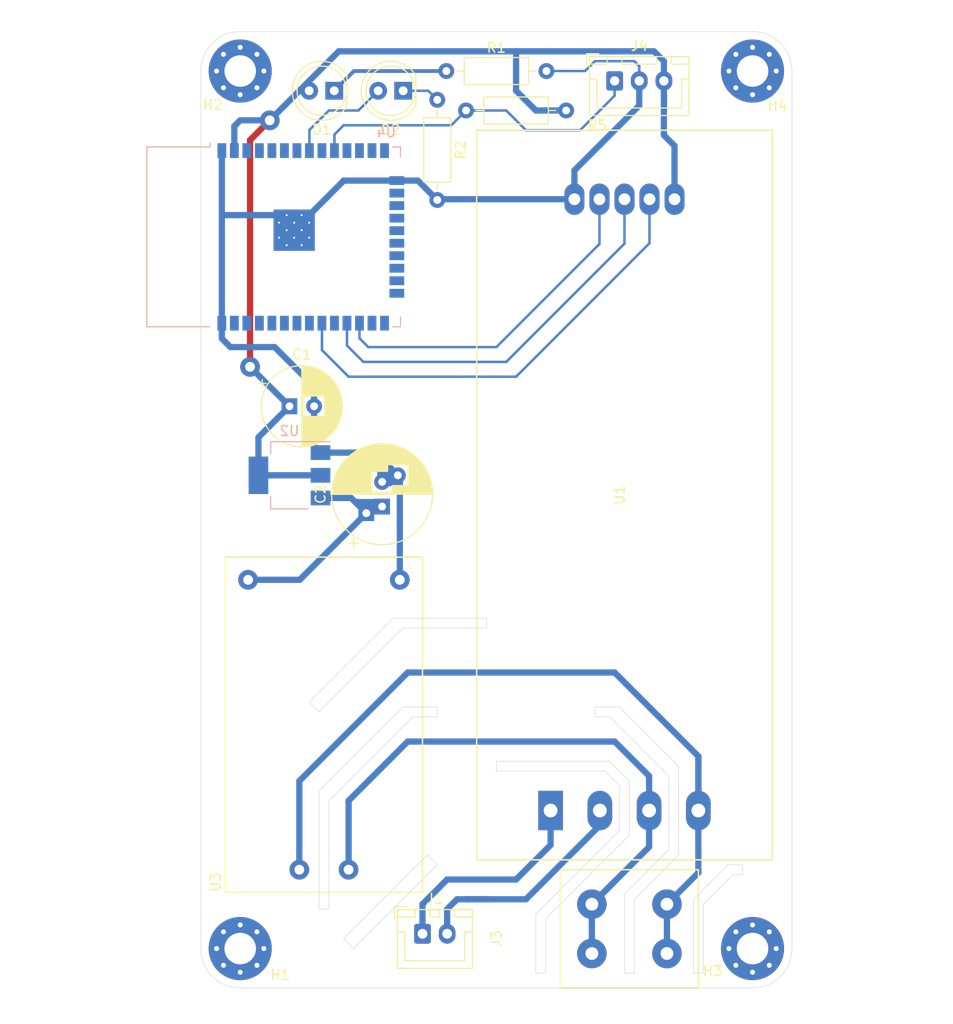
<source format=kicad_pcb>
(kicad_pcb (version 20221018) (generator pcbnew)
  (layers (0 "F.Cu" signal) (31 "B.Cu" signal) (34 "B.Paste" user) (35 "F.Paste" user) (36 "B.SilkS" user "B.Silkscreen") (37 "F.SilkS" user "F.Silkscreen") (38 "B.Mask" user) (39 "F.Mask" user) (44 "Edge.Cuts" user))
  (net 0 "")
  (net 1 "GND")
  (net 2 "+5V")
  (net 3 "+3V3")
  (net 4 "Net-(J3-Pin_1)")
  (net 5 "Net-(J3-Pin_2)")
  (net 6 "Net-(J4-Pin_1)")
  (net 7 "Net-(J1-Pin_1)")
  (net 8 "Net-(J1-Pin_2)")
  (net 9 "Net-(U1-RX)")
  (net 10 "Net-(U1-TX)")
  (net 11 "Net-(U1-CF)")
  (net 41 "Net-(D1-K)")
  (net 42 "Net-(D2-K)")
  (net 43 "Net-(D2-A)")
  (footprint "MountingHole:MountingHole_3.2mm_M3_Pad_Via" (layer "F.Cu") (at 56 -93)
    (fp_text reference "H4" (at 2.54 3.556) (layer "F.SilkS"))
    (fp_text value "MountingHole" hide)
    (pad "1" thru_hole circle (at -2.4 0) (size 0.8 0.8) (drill 0.5) (layers "*.Cu" "*.Mask"))
    (pad "1" thru_hole circle (at -1.697056 -1.697056) (size 0.8 0.8) (drill 0.5) (layers "*.Cu" "*.Mask"))
    (pad "1" thru_hole circle (at -1.697056 1.697056) (size 0.8 0.8) (drill 0.5) (layers "*.Cu" "*.Mask"))
    (pad "1" thru_hole circle (at 0 -2.4) (size 0.8 0.8) (drill 0.5) (layers "*.Cu" "*.Mask"))
    (pad "1" thru_hole circle (at 0 0) (size 6.4 6.4) (drill 3.2) (layers "*.Cu" "*.Mask"))
    (pad "1" thru_hole circle (at 0 2.4) (size 0.8 0.8) (drill 0.5) (layers "*.Cu" "*.Mask"))
    (pad "1" thru_hole circle (at 1.697056 -1.697056) (size 0.8 0.8) (drill 0.5) (layers "*.Cu" "*.Mask"))
    (pad "1" thru_hole circle (at 1.697056 1.697056) (size 0.8 0.8) (drill 0.5) (layers "*.Cu" "*.Mask"))
    (pad "1" thru_hole circle (at 2.4 0) (size 0.8 0.8) (drill 0.5) (layers "*.Cu" "*.Mask"))
  )
  (footprint "MountingHole:MountingHole_3.2mm_M3_Pad_Via" (layer "F.Cu") (at 56 -4)
    (fp_text reference "H3" (at -4.064 2.286) (layer "F.SilkS"))
    (fp_text value "MountingHole")
    (pad "1" thru_hole circle (at -2.4 0) (size 0.8 0.8) (drill 0.5) (layers "*.Cu" "*.Mask"))
    (pad "1" thru_hole circle (at -1.697056 -1.697056) (size 0.8 0.8) (drill 0.5) (layers "*.Cu" "*.Mask"))
    (pad "1" thru_hole circle (at -1.697056 1.697056) (size 0.8 0.8) (drill 0.5) (layers "*.Cu" "*.Mask"))
    (pad "1" thru_hole circle (at 0 -2.4) (size 0.8 0.8) (drill 0.5) (layers "*.Cu" "*.Mask"))
    (pad "1" thru_hole circle (at 0 0) (size 6.4 6.4) (drill 3.2) (layers "*.Cu" "*.Mask"))
    (pad "1" thru_hole circle (at 0 2.4) (size 0.8 0.8) (drill 0.5) (layers "*.Cu" "*.Mask"))
    (pad "1" thru_hole circle (at 1.697056 -1.697056) (size 0.8 0.8) (drill 0.5) (layers "*.Cu" "*.Mask"))
    (pad "1" thru_hole circle (at 1.697056 1.697056) (size 0.8 0.8) (drill 0.5) (layers "*.Cu" "*.Mask"))
    (pad "1" thru_hole circle (at 2.4 0) (size 0.8 0.8) (drill 0.5) (layers "*.Cu" "*.Mask"))
  )
  (footprint "MountingHole:MountingHole_3.2mm_M3_Pad_Via" (layer "F.Cu") (at 4 -93)
    (fp_text reference "H2" (at -2.794 3.429) (layer "F.SilkS"))
    (fp_text value "MountingHole")
    (pad "1" thru_hole circle (at -2.4 0) (size 0.8 0.8) (drill 0.5) (layers "*.Cu" "*.Mask"))
    (pad "1" thru_hole circle (at -1.697056 -1.697056) (size 0.8 0.8) (drill 0.5) (layers "*.Cu" "*.Mask"))
    (pad "1" thru_hole circle (at -1.697056 1.697056) (size 0.8 0.8) (drill 0.5) (layers "*.Cu" "*.Mask"))
    (pad "1" thru_hole circle (at 0 -2.4) (size 0.8 0.8) (drill 0.5) (layers "*.Cu" "*.Mask"))
    (pad "1" thru_hole circle (at 0 0) (size 6.4 6.4) (drill 3.2) (layers "*.Cu" "*.Mask"))
    (pad "1" thru_hole circle (at 0 2.4) (size 0.8 0.8) (drill 0.5) (layers "*.Cu" "*.Mask"))
    (pad "1" thru_hole circle (at 1.697056 -1.697056) (size 0.8 0.8) (drill 0.5) (layers "*.Cu" "*.Mask"))
    (pad "1" thru_hole circle (at 1.697056 1.697056) (size 0.8 0.8) (drill 0.5) (layers "*.Cu" "*.Mask"))
    (pad "1" thru_hole circle (at 2.4 0) (size 0.8 0.8) (drill 0.5) (layers "*.Cu" "*.Mask"))
  )
  (footprint "MountingHole:MountingHole_3.2mm_M3_Pad_Via" (layer "F.Cu") (at 4 -4)
    (fp_text reference "H1" (at 4.064 2.667) (layer "F.SilkS"))
    (fp_text value "MountingHole")
    (pad "1" thru_hole circle (at -2.4 0) (size 0.8 0.8) (drill 0.5) (layers "*.Cu" "*.Mask"))
    (pad "1" thru_hole circle (at -1.697056 -1.697056) (size 0.8 0.8) (drill 0.5) (layers "*.Cu" "*.Mask"))
    (pad "1" thru_hole circle (at -1.697056 1.697056) (size 0.8 0.8) (drill 0.5) (layers "*.Cu" "*.Mask"))
    (pad "1" thru_hole circle (at 0 -2.4) (size 0.8 0.8) (drill 0.5) (layers "*.Cu" "*.Mask"))
    (pad "1" thru_hole circle (at 0 0) (size 6.4 6.4) (drill 3.2) (layers "*.Cu" "*.Mask"))
    (pad "1" thru_hole circle (at 0 2.4) (size 0.8 0.8) (drill 0.5) (layers "*.Cu" "*.Mask"))
    (pad "1" thru_hole circle (at 1.697056 -1.697056) (size 0.8 0.8) (drill 0.5) (layers "*.Cu" "*.Mask"))
    (pad "1" thru_hole circle (at 1.697056 1.697056) (size 0.8 0.8) (drill 0.5) (layers "*.Cu" "*.Mask"))
    (pad "1" thru_hole circle (at 2.4 0) (size 0.8 0.8) (drill 0.5) (layers "*.Cu" "*.Mask"))
  )
  (footprint "Capacitor_THT:CP_Radial_D8.0mm_P2.50mm" (layer "F.Cu") (at 9 -59)
    (fp_text reference "C1" (at 1.25 -5.25) (layer "F.SilkS"))
    (fp_text value "CP")
    (pad "1" thru_hole rect (at 0 0) (size 1.6 1.6) (drill 0.8) (layers "*.Cu" "*.Mask") (net 3 "+3V3"))
    (pad "2" thru_hole circle (at 2.5 0) (size 1.6 1.6) (drill 0.8) (layers "*.Cu" "*.Mask") (net 1 "GND"))
  )
  (footprint "custom:PZEM-004T-100A-D-P" (layer "F.Cu") (at 43 -50 90)
    (fp_text reference "U1" (at 0 -0.5 90 unlocked) (layer "F.SilkS"))
    (fp_text value "~")
    (pad "" np_thru_hole circle (at -34.5 -12.5 90) (size 3.25 3.25) (drill 3.25) (layers "F&B.Cu" "*.Mask"))
    (pad "" np_thru_hole circle (at -34.5 12.5 180) (size 3.25 3.25) (drill 3.25) (layers "F&B.Cu" "*.Mask"))
    (pad "" np_thru_hole circle (at 34.5 -12.5 90) (size 3.25 3.25) (drill 3.25) (layers "F&B.Cu" "*.Mask"))
    (pad "" np_thru_hole circle (at 34.5 12.5 90) (size 3.25 3.25) (drill 3.25) (layers "F&B.Cu" "*.Mask"))
    (pad "1" thru_hole rect (at -32 -7.5 90) (size 4 2.5) (drill 1.4) (layers "*.Cu" "*.Mask") (net 7 "Net-(J1-Pin_1)"))
    (pad "2" thru_hole oval (at -32 -2.5 90) (size 4 2.5) (drill 1.4) (layers "*.Cu" "*.Mask") (net 8 "Net-(J1-Pin_2)"))
    (pad "3" thru_hole oval (at -32 2.5 90) (size 4 2.5) (drill 1.4) (layers "*.Cu" "*.Mask") (net 5 "Net-(J3-Pin_2)"))
    (pad "4" thru_hole oval (at -32 7.5 90) (size 4 2.5) (drill 1.4) (layers "*.Cu" "*.Mask") (net 4 "Net-(J3-Pin_1)"))
    (pad "5" thru_hole oval (at 30 5.08 90) (size 3.175 2.032) (drill 1.2) (layers "*.Cu" "*.Mask") (net 3 "+3V3"))
    (pad "6" thru_hole oval (at 30 2.54 90) (size 3.175 2.032) (drill 1.2) (layers "*.Cu" "*.Mask") (net 9 "Net-(U1-RX)"))
    (pad "7" thru_hole oval (at 30 0 90) (size 3.175 2.032) (drill 1.2) (layers "*.Cu" "*.Mask") (net 10 "Net-(U1-TX)"))
    (pad "8" thru_hole oval (at 30 -2.54 90) (size 3.175 2.032) (drill 1.2) (layers "*.Cu" "*.Mask") (net 11 "Net-(U1-CF)"))
    (pad "9" thru_hole oval (at 30 -5.08 90) (size 3.175 2.032) (drill 1.2) (layers "*.Cu" "*.Mask") (net 1 "GND"))
  )
  (footprint "Connector_JST:JST_XH_B2B-XH-A_1x02_P2.50mm_Vertical" (layer "F.Cu") (at 22.5 -5.5)
    (fp_text reference "J1" (at 1.25 -3.55) (layer "F.SilkS"))
    (fp_text value "Conn_01x04")
    (pad "1" thru_hole roundrect (at 0 0) (size 1.7 2) (drill 1) (layers "*.Cu" "*.Mask") (roundrect_rratio 0.147059) (net 7 "Net-(J1-Pin_1)"))
    (pad "2" thru_hole oval (at 2.5 0) (size 1.7 2) (drill 1) (layers "*.Cu" "*.Mask") (net 8 "Net-(J1-Pin_2)"))
  )
  (footprint "Resistor_THT:R_Axial_DIN0207_L6.3mm_D2.5mm_P10.16mm_Horizontal" (layer "F.Cu") (at 24 -90.08 -90)
    (fp_text reference "R2" (at 5.08 -2.37 90) (layer "F.SilkS"))
    (fp_text value "R_Small")
    (pad "1" thru_hole circle (at 0 0 270) (size 1.6 1.6) (drill 0.8) (layers "*.Cu" "*.Mask") (net 42 "Net-(D2-K)"))
    (pad "2" thru_hole oval (at 10.16 0 270) (size 1.6 1.6) (drill 0.8) (layers "*.Cu" "*.Mask") (net 1 "GND"))
  )
  (footprint "Resistor_THT:R_Axial_DIN0207_L6.3mm_D2.5mm_P10.16mm_Horizontal" (layer "F.Cu") (at 37.08 -89 180)
    (fp_text reference "R5" (at -3.17 -1.5) (layer "F.SilkS"))
    (fp_text value "R_Small")
    (pad "1" thru_hole circle (at 0 0 180) (size 1.6 1.6) (drill 0.8) (layers "*.Cu" "*.Mask") (net 3 "+3V3"))
    (pad "2" thru_hole oval (at 10.16 0 180) (size 1.6 1.6) (drill 0.8) (layers "*.Cu" "*.Mask") (net 6 "Net-(J4-Pin_1)"))
  )
  (footprint "LED_THT:LED_D5.0mm" (layer "F.Cu") (at 20.54 -91 180)
    (fp_text reference "D2" (at 1.27 -3.96) (layer "F.SilkS"))
    (fp_text value "LED")
    (pad "1" thru_hole rect (at 0 0 180) (size 1.8 1.8) (drill 0.9) (layers "*.Cu" "*.Mask") (net 42 "Net-(D2-K)"))
    (pad "2" thru_hole circle (at 2.54 0 180) (size 1.8 1.8) (drill 0.9) (layers "*.Cu" "*.Mask") (net 43 "Net-(D2-A)"))
  )
  (footprint "Capacitor_THT:CP_Radial_D10.0mm_P2.50mm_P5.00mm" (layer "F.Cu") (at 18.4 -48.829063 90)
    (fp_text reference "C2" (at 1.25 -6.25 90) (layer "F.SilkS"))
    (fp_text value "CP")
    (pad "1" thru_hole rect (at -0.670937 -1.6 90) (size 1.6 1.6) (drill 0.8) (layers "*.Cu" "*.Mask") (net 2 "+5V"))
    (pad "1" thru_hole rect (at 0 0 90) (size 1.6 1.6) (drill 0.8) (layers "*.Cu" "*.Mask") (net 2 "+5V"))
    (pad "2" thru_hole circle (at 2.5 0 90) (size 1.6 1.6) (drill 0.8) (layers "*.Cu" "*.Mask") (net 1 "GND"))
    (pad "2" thru_hole circle (at 3.170937 1.6 90) (size 1.6 1.6) (drill 0.8) (layers "*.Cu" "*.Mask") (net 1 "GND"))
  )
  (footprint "LED_THT:LED_D5.0mm" (layer "F.Cu") (at 13.54 -91 180)
    (fp_text reference "D1" (at 1.27 -3.96) (layer "F.SilkS"))
    (fp_text value "LED")
    (pad "1" thru_hole rect (at 0 0 180) (size 1.8 1.8) (drill 0.9) (layers "*.Cu" "*.Mask") (net 41 "Net-(D1-K)"))
    (pad "2" thru_hole circle (at 2.54 0 180) (size 1.8 1.8) (drill 0.9) (layers "*.Cu" "*.Mask") (net 3 "+3V3"))
  )
  (footprint "Connector_JST:JST_XH_B3B-XH-A_1x03_P2.50mm_Vertical" (layer "F.Cu") (at 42 -92)
    (fp_text reference "J4" (at 2.5 -3.55) (layer "F.SilkS"))
    (fp_text value "Conn_01x04")
    (pad "1" thru_hole roundrect (at 0 0) (size 1.7 1.95) (drill 0.95) (layers "*.Cu" "*.Mask") (roundrect_rratio 0.1470588235) (net 6 "Net-(J4-Pin_1)"))
    (pad "2" thru_hole oval (at 2.5 0) (size 1.7 1.95) (drill 0.95) (layers "*.Cu" "*.Mask") (net 1 "GND"))
    (pad "3" thru_hole oval (at 5 0) (size 1.7 1.95) (drill 0.95) (layers "*.Cu" "*.Mask") (net 3 "+3V3"))
  )
  (footprint "Resistor_THT:R_Axial_DIN0207_L6.3mm_D2.5mm_P10.16mm_Horizontal" (layer "F.Cu") (at 24.92 -93)
    (fp_text reference "R1" (at 5.08 -2.37) (layer "F.SilkS"))
    (fp_text value "R_Small")
    (pad "1" thru_hole circle (at 0 0) (size 1.6 1.6) (drill 0.8) (layers "*.Cu" "*.Mask") (net 41 "Net-(D1-K)"))
    (pad "2" thru_hole oval (at 10.16 0) (size 1.6 1.6) (drill 0.8) (layers "*.Cu" "*.Mask") (net 1 "GND"))
  )
  (footprint "custom:WE 691411410002 - 2 Pin Wire-To-Board Terminal Block" (layer "F.Cu") (at 43.5 -6 -90)
    (fp_text reference "J3" (at 1 13.5 90) (layer "F.SilkS"))
    (fp_text value "Conn_01x02")
    (pad "1" thru_hole circle (at -2.5 -3.81 270) (size 3 3) (drill 1.3) (layers "*.Cu" "*.Mask") (net 4 "Net-(J3-Pin_1)"))
    (pad "1" thru_hole circle (at 2.5 -3.81 270) (size 3 3) (drill 1.3) (layers "*.Cu" "*.Mask") (net 4 "Net-(J3-Pin_1)"))
    (pad "2" thru_hole circle (at -2.5 3.81 270) (size 3 3) (drill 1.3) (layers "*.Cu" "*.Mask") (net 5 "Net-(J3-Pin_2)"))
    (pad "2" thru_hole circle (at 2.5 3.81 270) (size 3 3) (drill 1.3) (layers "*.Cu" "*.Mask") (net 5 "Net-(J3-Pin_2)"))
  )
  (footprint "custom:HLK-PM01" (layer "F.Cu") (at 12.5 -12 90)
    (fp_text reference "U3" (at -1.27 -11 90 unlocked) (layer "F.SilkS"))
    (fp_text value "~")
    (pad "1" thru_hole circle (at 0 -2.5 90) (size 2 2) (drill 1) (layers "*.Cu" "*.Mask") (net 4 "Net-(J3-Pin_1)"))
    (pad "2" thru_hole circle (at 0 2.5 90) (size 2 2) (drill 1) (layers "*.Cu" "*.Mask") (net 5 "Net-(J3-Pin_2)"))
    (pad "3" thru_hole circle (at 29.4 7.7 90) (size 2 2) (drill 1) (layers "*.Cu" "*.Mask") (net 1 "GND"))
    (pad "4" thru_hole circle (at 29.4 -7.7 90) (size 2 2) (drill 1) (layers "*.Cu" "*.Mask") (net 2 "+5V"))
  )
  (footprint "RF_Module:ESP32-WROOM-32" (layer "B.Cu") (at 10.385 -76.18 -90)
    (fp_text reference "U4" (at -10.61 -8.43) (layer "B.SilkS") (effects (justify mirror)))
    (fp_text value "ESP32-WROOM-32")
    (pad "1" smd rect (at -8.75 8.25 270) (size 1.5 0.9) (layers "B.Cu" "B.Paste" "B.Mask") (net 1 "GND"))
    (pad "2" smd rect (at -8.75 6.98 270) (size 1.5 0.9) (layers "B.Cu" "B.Paste" "B.Mask") (net 3 "+3V3"))
    (pad "3" smd rect (at -8.75 5.71 270) (size 1.5 0.9) (layers "B.Cu" "B.Paste" "B.Mask"))
    (pad "4" smd rect (at -8.75 4.44 270) (size 1.5 0.9) (layers "B.Cu" "B.Paste" "B.Mask"))
    (pad "5" smd rect (at -8.75 3.17 270) (size 1.5 0.9) (layers "B.Cu" "B.Paste" "B.Mask"))
    (pad "6" smd rect (at -8.75 1.9 270) (size 1.5 0.9) (layers "B.Cu" "B.Paste" "B.Mask"))
    (pad "7" smd rect (at -8.75 0.63 270) (size 1.5 0.9) (layers "B.Cu" "B.Paste" "B.Mask"))
    (pad "8" smd rect (at -8.75 -0.64 270) (size 1.5 0.9) (layers "B.Cu" "B.Paste" "B.Mask") (net 43 "Net-(D2-A)"))
    (pad "9" smd rect (at -8.75 -1.91 270) (size 1.5 0.9) (layers "B.Cu" "B.Paste" "B.Mask"))
    (pad "10" smd rect (at -8.75 -3.18 270) (size 1.5 0.9) (layers "B.Cu" "B.Paste" "B.Mask") (net 6 "Net-(J4-Pin_1)"))
    (pad "11" smd rect (at -8.75 -4.45 270) (size 1.5 0.9) (layers "B.Cu" "B.Paste" "B.Mask"))
    (pad "12" smd rect (at -8.75 -5.72 270) (size 1.5 0.9) (layers "B.Cu" "B.Paste" "B.Mask"))
    (pad "13" smd rect (at -8.75 -6.99 270) (size 1.5 0.9) (layers "B.Cu" "B.Paste" "B.Mask"))
    (pad "14" smd rect (at -8.75 -8.26 270) (size 1.5 0.9) (layers "B.Cu" "B.Paste" "B.Mask"))
    (pad "15" smd rect (at -5.71 -9.51 180) (size 1.5 0.9) (layers "B.Cu" "B.Paste" "B.Mask") (net 1 "GND"))
    (pad "16" smd rect (at -4.44 -9.51 180) (size 1.5 0.9) (layers "B.Cu" "B.Paste" "B.Mask"))
    (pad "17" smd rect (at -3.17 -9.51 180) (size 1.5 0.9) (layers "B.Cu" "B.Paste" "B.Mask"))
    (pad "18" smd rect (at -1.9 -9.51 180) (size 1.5 0.9) (layers "B.Cu" "B.Paste" "B.Mask"))
    (pad "19" smd rect (at -0.63 -9.51 180) (size 1.5 0.9) (layers "B.Cu" "B.Paste" "B.Mask"))
    (pad "20" smd rect (at 0.64 -9.51 180) (size 1.5 0.9) (layers "B.Cu" "B.Paste" "B.Mask"))
    (pad "21" smd rect (at 1.91 -9.51 180) (size 1.5 0.9) (layers "B.Cu" "B.Paste" "B.Mask"))
    (pad "22" smd rect (at 3.18 -9.51 180) (size 1.5 0.9) (layers "B.Cu" "B.Paste" "B.Mask"))
    (pad "23" smd rect (at 4.45 -9.51 180) (size 1.5 0.9) (layers "B.Cu" "B.Paste" "B.Mask"))
    (pad "24" smd rect (at 5.72 -9.51 180) (size 1.5 0.9) (layers "B.Cu" "B.Paste" "B.Mask"))
    (pad "25" smd rect (at 8.75 -8.26 270) (size 1.5 0.9) (layers "B.Cu" "B.Paste" "B.Mask"))
    (pad "26" smd rect (at 8.75 -6.99 270) (size 1.5 0.9) (layers "B.Cu" "B.Paste" "B.Mask"))
    (pad "27" smd rect (at 8.75 -5.72 270) (size 1.5 0.9) (layers "B.Cu" "B.Paste" "B.Mask") (net 11 "Net-(U1-CF)"))
    (pad "28" smd rect (at 8.75 -4.45 270) (size 1.5 0.9) (layers "B.Cu" "B.Paste" "B.Mask") (net 10 "Net-(U1-TX)"))
    (pad "29" smd rect (at 8.75 -3.18 270) (size 1.5 0.9) (layers "B.Cu" "B.Paste" "B.Mask"))
    (pad "30" smd rect (at 8.75 -1.91 270) (size 1.5 0.9) (layers "B.Cu" "B.Paste" "B.Mask") (net 9 "Net-(U1-RX)"))
    (pad "31" smd rect (at 8.75 -0.64 270) (size 1.5 0.9) (layers "B.Cu" "B.Paste" "B.Mask"))
    (pad "32" smd rect (at 8.75 0.63 270) (size 1.5 0.9) (layers "B.Cu" "B.Paste" "B.Mask"))
    (pad "33" smd rect (at 8.75 1.9 270) (size 1.5 0.9) (layers "B.Cu" "B.Paste" "B.Mask"))
    (pad "34" smd rect (at 8.75 3.17 270) (size 1.5 0.9) (layers "B.Cu" "B.Paste" "B.Mask"))
    (pad "35" smd rect (at 8.75 4.44 270) (size 1.5 0.9) (layers "B.Cu" "B.Paste" "B.Mask"))
    (pad "36" smd rect (at 8.75 5.71 270) (size 1.5 0.9) (layers "B.Cu" "B.Paste" "B.Mask"))
    (pad "37" smd rect (at 8.75 6.98 270) (size 1.5 0.9) (layers "B.Cu" "B.Paste" "B.Mask"))
    (pad "38" smd rect (at 8.75 8.25 270) (size 1.5 0.9) (layers "B.Cu" "B.Paste" "B.Mask") (net 1 "GND"))
    (pad "39" smd rect (at -2.205 -0.615 270) (size 1.05 1.05) (layers "B.Cu" "B.Paste") (net 1 "GND"))
    (pad "39" thru_hole circle (at -2.205 0.1475 270) (size 0.6 0.6) (drill 0.2) (property pad_prop_heatsink) (layers "*.Cu" "B.Mask") (net 1 "GND"))
    (pad "39" smd rect (at -2.205 0.91 270) (size 1.05 1.05) (layers "B.Cu" "B.Paste") (net 1 "GND"))
    (pad "39" thru_hole circle (at -2.205 1.6725 270) (size 0.6 0.6) (drill 0.2) (property pad_prop_heatsink) (layers "*.Cu" "B.Mask") (net 1 "GND"))
    (pad "39" smd rect (at -2.205 2.435 270) (size 1.05 1.05) (layers "B.Cu" "B.Paste") (net 1 "GND"))
    (pad "39" thru_hole circle (at -1.4425 -0.615 270) (size 0.6 0.6) (drill 0.2) (property pad_prop_heatsink) (layers "*.Cu" "B.Mask") (net 1 "GND"))
    (pad "39" thru_hole circle (at -1.4425 0.91 270) (size 0.6 0.6) (drill 0.2) (property pad_prop_heatsink) (layers "*.Cu" "B.Mask") (net 1 "GND"))
    (pad "39" thru_hole circle (at -1.4425 2.435 270) (size 0.6 0.6) (drill 0.2) (property pad_prop_heatsink) (layers "*.Cu" "B.Mask") (net 1 "GND"))
    (pad "39" smd rect (at -0.68 -0.615 270) (size 1.05 1.05) (layers "B.Cu" "B.Paste") (net 1 "GND"))
    (pad "39" thru_hole circle (at -0.68 0.1475 270) (size 0.6 0.6) (drill 0.2) (property pad_prop_heatsink) (layers "*.Cu" "B.Mask") (net 1 "GND"))
    (pad "39" smd rect (at -0.68 0.91 270) (size 1.05 1.05) (layers "B.Cu" "B.Paste") (net 1 "GND"))
    (pad "39" smd rect (at -0.68 0.91 270) (size 4.2 4.2) (layers "B.Cu" "B.Mask") (net 1 "GND"))
    (pad "39" thru_hole circle (at -0.68 1.6725 270) (size 0.6 0.6) (drill 0.2) (property pad_prop_heatsink) (layers "*.Cu" "B.Mask") (net 1 "GND"))
    (pad "39" smd rect (at -0.68 2.435 270) (size 1.05 1.05) (layers "B.Cu" "B.Paste") (net 1 "GND"))
    (pad "39" thru_hole circle (at 0.0825 -0.615 270) (size 0.6 0.6) (drill 0.2) (property pad_prop_heatsink) (layers "*.Cu" "B.Mask") (net 1 "GND"))
    (pad "39" thru_hole circle (at 0.0825 0.91 270) (size 0.6 0.6) (drill 0.2) (property pad_prop_heatsink) (layers "*.Cu" "B.Mask") (net 1 "GND"))
    (pad "39" thru_hole circle (at 0.0825 2.435 270) (size 0.6 0.6) (drill 0.2) (property pad_prop_heatsink) (layers "*.Cu" "B.Mask") (net 1 "GND"))
    (pad "39" smd rect (at 0.845 -0.615 270) (size 1.05 1.05) (layers "B.Cu" "B.Paste") (net 1 "GND"))
    (pad "39" thru_hole circle (at 0.845 0.1475 270) (size 0.6 0.6) (drill 0.2) (property pad_prop_heatsink) (layers "*.Cu" "B.Mask") (net 1 "GND"))
    (pad "39" smd rect (at 0.845 0.91 270) (size 1.05 1.05) (layers "B.Cu" "B.Paste") (net 1 "GND"))
    (pad "39" thru_hole circle (at 0.845 1.6725 270) (size 0.6 0.6) (drill 0.2) (property pad_prop_heatsink) (layers "*.Cu" "B.Mask") (net 1 "GND"))
    (pad "39" smd rect (at 0.845 2.435 270) (size 1.05 1.05) (layers "B.Cu" "B.Paste") (net 1 "GND"))
  )
  (footprint "Package_TO_SOT_SMD:SOT-223-3_TabPin2" (layer "B.Cu") (at 9 -52 180)
    (fp_text reference "U2" (at 0 4.5) (layer "B.SilkS") (effects (justify mirror)))
    (fp_text value "AMS1117-3.3")
    (pad "1" smd rect (at -3.15 2.3 180) (size 2 1.5) (layers "B.Cu" "B.Paste" "B.Mask") (net 1 "GND"))
    (pad "2" smd rect (at -3.15 0 180) (size 2 1.5) (layers "B.Cu" "B.Paste" "B.Mask") (net 3 "+3V3"))
    (pad "2" smd rect (at 3.15 0 180) (size 2 3.8) (layers "B.Cu" "B.Paste" "B.Mask") (net 3 "+3V3"))
    (pad "3" smd rect (at -3.15 -2.3 180) (size 2 1.5) (layers "B.Cu" "B.Paste" "B.Mask") (net 2 "+5V"))
  )
  (gr_poly (pts (xy 18 -51) (xy 20 -51) (xy 20 -52) (xy 18.5 -53.5) (xy 18 -54)) (stroke (width 0.2)) (fill solid) (layer "B.Cu"))
  (gr_poly (pts (xy 18 -49.5) (xy 15.5 -49.5) (xy 17 -48.5) (xy 18 -48.5)) (stroke (width 0.2)) (fill solid) (layer "B.Cu"))
  (gr_line (start 51 -1.5) (end 50 -1.5) (stroke (width 0.05)) (layer "Edge.Cuts"))
  (gr_line (start 43 -1.5) (end 44 -1.5) (stroke (width 0.05)) (layer "Edge.Cuts"))
  (gr_line (start 41.5 -27.5) (end 47.5 -21.5) (stroke (width 0.05)) (layer "Edge.Cuts"))
  (gr_line (start 4 0) (end 56 0) (stroke (width 0.05)) (layer "Edge.Cuts"))
  (gr_line (start 43.5 -21) (end 41.5 -23) (stroke (width 0.05)) (layer "Edge.Cuts"))
  (gr_line (start 35 -1.5) (end 35 -7) (stroke (width 0.05)) (layer "Edge.Cuts"))
  (gr_line (start 47.5 -21.5) (end 47.5 -14) (stroke (width 0.05)) (layer "Edge.Cuts"))
  (gr_line (start 54 -11.5) (end 51 -8.5) (stroke (width 0.05)) (layer "Edge.Cuts"))
  (gr_line (start 41 -22) (end 42.5 -20.5) (stroke (width 0.05)) (layer "Edge.Cuts"))
  (gr_arc (start 4 0) (mid 1.171573 -1.171573) (end 0 -4) (stroke (width 0.05)) (layer "Edge.Cuts"))
  (gr_line (start 13 -8) (end 13 -19) (stroke (width 0.05)) (layer "Edge.Cuts"))
  (gr_line (start 12 -28) (end 20.5 -36.5) (stroke (width 0.05)) (layer "Edge.Cuts"))
  (gr_line (start 35 -7) (end 41 -13) (stroke (width 0.05)) (layer "Edge.Cuts"))
  (gr_line (start 24 -27.5) (end 24 -28.5) (stroke (width 0.05)) (layer "Edge.Cuts"))
  (gr_line (start 42.5 -16) (end 34 -7.5) (stroke (width 0.05)) (layer "Edge.Cuts"))
  (gr_line (start 48.5 -22.5) (end 42.5 -28.5) (stroke (width 0.05)) (layer "Edge.Cuts"))
  (gr_line (start 48.5 -14) (end 48.5 -22.5) (stroke (width 0.05)) (layer "Edge.Cuts"))
  (gr_arc (start 56 -97) (mid 58.828427 -95.828427) (end 60 -93) (stroke (width 0.05)) (layer "Edge.Cuts"))
  (gr_line (start 44 -1.5) (end 44 -9) (stroke (width 0.05)) (layer "Edge.Cuts"))
  (gr_line (start 21.5 -27.5) (end 24 -27.5) (stroke (width 0.05)) (layer "Edge.Cuts"))
  (gr_line (start 56 -97) (end 4 -97) (stroke (width 0.05)) (layer "Edge.Cuts"))
  (gr_line (start 43.5 -15.5) (end 43.5 -21) (stroke (width 0.05)) (layer "Edge.Cuts"))
  (gr_line (start 34 -7.5) (end 34 -1.5) (stroke (width 0.05)) (layer "Edge.Cuts"))
  (gr_line (start 29 -37.5) (end 19.5 -37.5) (stroke (width 0.05)) (layer "Edge.Cuts"))
  (gr_line (start 14.5 -5) (end 15.5 -4) (stroke (width 0.05)) (layer "Edge.Cuts"))
  (gr_line (start 34 -1.5) (end 35 -1.5) (stroke (width 0.05)) (layer "Edge.Cuts"))
  (gr_line (start 12 -20) (end 12 -8) (stroke (width 0.05)) (layer "Edge.Cuts"))
  (gr_line (start 23 -13.5) (end 24 -12.5) (stroke (width 0.05)) (layer "Edge.Cuts"))
  (gr_line (start 11 -29) (end 12 -28) (stroke (width 0.05)) (layer "Edge.Cuts"))
  (gr_line (start 48.5 -13.5) (end 48.5 -14) (stroke (width 0.05)) (layer "Edge.Cuts"))
  (gr_arc (start 0 -93) (mid 1.171573 -95.828427) (end 4 -97) (stroke (width 0.05)) (layer "Edge.Cuts"))
  (gr_line (start 42.5 -28.5) (end 40 -28.5) (stroke (width 0.05)) (layer "Edge.Cuts"))
  (gr_line (start 51 -8.5) (end 51 -1.5) (stroke (width 0.05)) (layer "Edge.Cuts"))
  (gr_line (start 41 -13) (end 43.5 -15.5) (stroke (width 0.05)) (layer "Edge.Cuts"))
  (gr_line (start 20.5 -36.5) (end 29 -36.5) (stroke (width 0.05)) (layer "Edge.Cuts"))
  (gr_line (start 20.5 -28.5) (end 12 -20) (stroke (width 0.05)) (layer "Edge.Cuts"))
  (gr_line (start 43.5 -10) (end 43 -9.5) (stroke (width 0.05)) (layer "Edge.Cuts"))
  (gr_line (start 15.5 -4) (end 24 -12.5) (stroke (width 0.05)) (layer "Edge.Cuts"))
  (gr_line (start 42.5 -20.5) (end 42.5 -16) (stroke (width 0.05)) (layer "Edge.Cuts"))
  (gr_line (start 19.5 -37.5) (end 11 -29) (stroke (width 0.05)) (layer "Edge.Cuts"))
  (gr_arc (start 60 -4) (mid 58.828427 -1.171573) (end 56 0) (stroke (width 0.05)) (layer "Edge.Cuts"))
  (gr_line (start 47.5 -14) (end 43.5 -10) (stroke (width 0.05)) (layer "Edge.Cuts"))
  (gr_line (start 50 -9) (end 53.5 -12.5) (stroke (width 0.05)) (layer "Edge.Cuts"))
  (gr_line (start 60 -4) (end 60 -93) (stroke (width 0.05)) (layer "Edge.Cuts"))
  (gr_line (start 55 -12.5) (end 55 -11.5) (stroke (width 0.05)) (layer "Edge.Cuts"))
  (gr_line (start 50 -1.5) (end 50 -9) (stroke (width 0.05)) (layer "Edge.Cuts"))
  (gr_line (start 13 -19) (end 21.5 -27.5) (stroke (width 0.05)) (layer "Edge.Cuts"))
  (gr_line (start 12 -8) (end 13 -8) (stroke (width 0.05)) (layer "Edge.Cuts"))
  (gr_line (start 53.5 -12.5) (end 55 -12.5) (stroke (width 0.05)) (layer "Edge.Cuts"))
  (gr_line (start 23 -13.5) (end 14.5 -5) (stroke (width 0.05)) (layer "Edge.Cuts"))
  (gr_line (start 30 -23) (end 30 -22) (stroke (width 0.05)) (layer "Edge.Cuts"))
  (gr_line (start 24 -28.5) (end 20.5 -28.5) (stroke (width 0.05)) (layer "Edge.Cuts"))
  (gr_line (start 44 -9) (end 48.5 -13.5) (stroke (width 0.05)) (layer "Edge.Cuts"))
  (gr_line (start 40 -28.5) (end 40 -27.5) (stroke (width 0.05)) (layer "Edge.Cuts"))
  (gr_line (start 55 -11.5) (end 54 -11.5) (stroke (width 0.05)) (layer "Edge.Cuts"))
  (gr_line (start 40 -27.5) (end 41.5 -27.5) (stroke (width 0.05)) (layer "Edge.Cuts"))
  (gr_line (start 0 -93) (end 0 -4) (stroke (width 0.05)) (layer "Edge.Cuts"))
  (gr_line (start 43 -9.5) (end 43 -1.5) (stroke (width 0.05)) (layer "Edge.Cuts"))
  (gr_line (start 29 -36.5) (end 29 -37.5) (stroke (width 0.05)) (layer "Edge.Cuts"))
  (gr_line (start 30 -22) (end 41 -22) (stroke (width 0.05)) (layer "Edge.Cuts"))
  (gr_line (start 41.5 -23) (end 30 -23) (stroke (width 0.05)) (layer "Edge.Cuts"))
  (segment (start 7.95 -78.385) (end 2.135 -78.385) (width 0.635) (layer "B.Cu") (net 1))
  (segment (start 18.4 -51.329063) (end 19.329063 -51.329063) (width 0.635) (layer "B.Cu") (net 1))
  (segment (start 39 -93) (end 40 -94) (width 0.25) (layer "B.Cu") (net 1))
  (segment (start 12.15 -54.3) (end 11.5 -54.95) (width 0.635) (layer "B.Cu") (net 1))
  (segment (start 19.895 -81.89) (end 22.03 -81.89) (width 0.635) (layer "B.Cu") (net 1))
  (segment (start 35.08 -93) (end 39 -93) (width 0.25) (layer "B.Cu") (net 1))
  (segment (start 14.505 -81.89) (end 11 -78.385) (width 0.635) (layer "B.Cu") (net 1))
  (segment (start 11.5 -59) (end 11.5 -61) (width 0.635) (layer "B.Cu") (net 1))
  (segment (start 11.5 -61) (end 7.5 -65) (width 0.635) (layer "B.Cu") (net 1))
  (segment (start 40 -94) (end 44 -94) (width 0.25) (layer "B.Cu") (net 1))
  (segment (start 11.5 -54.95) (end 11.5 -59) (width 0.635) (layer "B.Cu") (net 1))
  (segment (start 37.92 -80) (end 37.92 -82.92) (width 0.635) (layer "B.Cu") (net 1))
  (segment (start 44.5 -89.5) (end 44.5 -92) (width 0.635) (layer "B.Cu") (net 1))
  (segment (start 44.5 -93.5) (end 44.5 -92) (width 0.25) (layer "B.Cu") (net 1))
  (segment (start 37.92 -80) (end 24.08 -80) (width 0.635) (layer "B.Cu") (net 1))
  (segment (start 24.08 -80) (end 24 -79.92) (width 0.635) (layer "B.Cu") (net 1))
  (segment (start 19.329063 -51.329063) (end 20 -52) (width 0.635) (layer "B.Cu") (net 1))
  (segment (start 12.15 -54.3) (end 17.7 -54.3) (width 0.635) (layer "B.Cu") (net 1))
  (segment (start 37.92 -82.92) (end 44.5 -89.5) (width 0.635) (layer "B.Cu") (net 1))
  (segment (start 44 -94) (end 44.5 -93.5) (width 0.25) (layer "B.Cu") (net 1))
  (segment (start 17.7 -54.3) (end 20 -52) (width 0.635) (layer "B.Cu") (net 1))
  (segment (start 2.135 -84.93) (end 2.135 -67.43) (width 0.635) (layer "B.Cu") (net 1))
  (segment (start 7.5 -65) (end 3 -65) (width 0.635) (layer "B.Cu") (net 1))
  (segment (start 22.03 -81.89) (end 24 -79.92) (width 0.635) (layer "B.Cu") (net 1))
  (segment (start 2.135 -65.865) (end 2.135 -67.43) (width 0.635) (layer "B.Cu") (net 1))
  (segment (start 20.2 -51.8) (end 20.2 -41.4) (width 0.635) (layer "B.Cu") (net 1))
  (segment (start 19.895 -81.89) (end 14.505 -81.89) (width 0.635) (layer "B.Cu") (net 1))
  (segment (start 20 -52) (end 20.2 -51.8) (width 0.635) (layer "B.Cu") (net 1))
  (segment (start 3 -65) (end 2.135 -65.865) (width 0.635) (layer "B.Cu") (net 1))
  (segment (start 17.470937 -48.829063) (end 16.8 -48.158126) (width 0.635) (layer "B.Cu") (net 2))
  (segment (start 15.258126 -49.7) (end 12.15 -49.7) (width 0.635) (layer "B.Cu") (net 2))
  (segment (start 18.4 -48.829063) (end 17.470937 -48.829063) (width 0.635) (layer "B.Cu") (net 2))
  (segment (start 10.041874 -41.4) (end 16.8 -48.158126) (width 0.635) (layer "B.Cu") (net 2))
  (segment (start 16.8 -48.158126) (end 15.258126 -49.7) (width 0.635) (layer "B.Cu") (net 2))
  (segment (start 4.8 -41.4) (end 10.041874 -41.4) (width 0.635) (layer "B.Cu") (net 2))
  (segment (start 5 -63) (end 5 -86) (width 0.635) (layer "F.Cu") (net 3))
  (segment (start 5 -86) (end 7 -88) (width 0.635) (layer "F.Cu") (net 3))
  (via (at 5 -63) (size 2) (drill 1) (layers "F.Cu" "B.Cu") (net 3))
  (via (at 7 -88) (size 2) (drill 1) (layers "F.Cu" "B.Cu") (net 3))
  (segment (start 7 -88) (end 4 -88) (width 0.635) (layer "B.Cu") (net 3))
  (segment (start 48.08 -85.42) (end 48.08 -80) (width 0.635) (layer "B.Cu") (net 3))
  (segment (start 35.08 -95) (end 32 -95) (width 0.635) (layer "B.Cu") (net 3))
  (segment (start 47 -94) (end 47 -90.5) (width 0.635) (layer "B.Cu") (net 3))
  (segment (start 3.405 -87.405) (end 3.405 -84.93) (width 0.635) (layer "B.Cu") (net 3))
  (segment (start 4 -88) (end 3.405 -87.405) (width 0.635) (layer "B.Cu") (net 3))
  (segment (start 37.08 -89) (end 34 -89) (width 0.635) (layer "B.Cu") (net 3))
  (segment (start 47 -86.5) (end 48.08 -85.42) (width 0.635) (layer "B.Cu") (net 3))
  (segment (start 12.15 -52) (end 5.85 -52) (width 0.635) (layer "B.Cu") (net 3))
  (segment (start 9 -59) (end 5.85 -55.85) (width 0.635) (layer "B.Cu") (net 3))
  (segment (start 32 -95) (end 14 -95) (width 0.635) (layer "B.Cu") (net 3))
  (segment (start 14 -95) (end 7 -88) (width 0.635) (layer "B.Cu") (net 3))
  (segment (start 46 -95) (end 47 -94) (width 0.635) (layer "B.Cu") (net 3))
  (segment (start 32 -91) (end 32 -95) (width 0.635) (layer "B.Cu") (net 3))
  (segment (start 34 -89) (end 32 -91) (width 0.635) (layer "B.Cu") (net 3))
  (segment (start 35.08 -95) (end 46 -95) (width 0.635) (layer "B.Cu") (net 3))
  (segment (start 5.85 -55.85) (end 5.85 -52) (width 0.635) (layer "B.Cu") (net 3))
  (segment (start 47 -90.5) (end 47 -89) (width 0.635) (layer "B.Cu") (net 3))
  (segment (start 9 -59) (end 5 -63) (width 0.635) (layer "B.Cu") (net 3))
  (segment (start 47 -90.5) (end 47 -86.5) (width 0.635) (layer "B.Cu") (net 3))
  (segment (start 50.5 -11.69) (end 47.31 -8.5) (width 0.635) (layer "B.Cu") (net 4))
  (segment (start 42 -32) (end 50.5 -23.5) (width 0.635) (layer "B.Cu") (net 4))
  (segment (start 47.31 -8.5) (end 47.31 -3.5) (width 0.635) (layer "B.Cu") (net 4))
  (segment (start 10 -12) (end 10 -21) (width 0.635) (layer "B.Cu") (net 4))
  (segment (start 50.5 -23.5) (end 50.5 -18) (width 0.635) (layer "B.Cu") (net 4))
  (segment (start 50.5 -23.5) (end 50.5 -11.69) (width 0.635) (layer "B.Cu") (net 4))
  (segment (start 21 -32) (end 42 -32) (width 0.635) (layer "B.Cu") (net 4))
  (segment (start 10 -21) (end 21 -32) (width 0.635) (layer "B.Cu") (net 4))
  (segment (start 47 -3.81) (end 47.31 -3.5) (width 0.635) (layer "B.Cu") (net 4))
  (segment (start 21 -25) (end 15 -19) (width 0.635) (layer "B.Cu") (net 5))
  (segment (start 42 -10.81) (end 39.69 -8.5) (width 0.635) (layer "B.Cu") (net 5))
  (segment (start 45.5 -21.5) (end 42 -25) (width 0.635) (layer "B.Cu") (net 5))
  (segment (start 42 -25) (end 21 -25) (width 0.635) (layer "B.Cu") (net 5))
  (segment (start 39.69 -8.5) (end 45.5 -14.31) (width 0.635) (layer "B.Cu") (net 5))
  (segment (start 45.5 -14.31) (end 45.5 -18) (width 0.635) (layer "B.Cu") (net 5))
  (segment (start 45.5 -18) (end 45.5 -21.5) (width 0.635) (layer "B.Cu") (net 5))
  (segment (start 15 -19) (end 15 -12) (width 0.635) (layer "B.Cu") (net 5))
  (segment (start 39.69 -3.5) (end 39.69 -8.5) (width 0.635) (layer "B.Cu") (net 5))
  (segment (start 13.565 -86.565) (end 14.5 -87.5) (width 0.25) (layer "B.Cu") (net 6))
  (segment (start 26.92 -89) (end 31 -89) (width 0.25) (layer "B.Cu") (net 6))
  (segment (start 14.5 -87.5) (end 25.42 -87.5) (width 0.25) (layer "B.Cu") (net 6))
  (segment (start 25.42 -87.5) (end 26.92 -89) (width 0.25) (layer "B.Cu") (net 6))
  (segment (start 42 -90.5) (end 42 -92) (width 0.25) (layer "B.Cu") (net 6))
  (segment (start 37 -87) (end 38.5 -87) (width 0.25) (layer "B.Cu") (net 6))
  (segment (start 31 -89) (end 33 -87) (width 0.25) (layer "B.Cu") (net 6))
  (segment (start 13.565 -84.93) (end 13.565 -86.565) (width 0.25) (layer "B.Cu") (net 6))
  (segment (start 38.5 -87) (end 42 -90.5) (width 0.25) (layer "B.Cu") (net 6))
  (segment (start 33 -87) (end 37 -87) (width 0.25) (layer "B.Cu") (net 6))
  (segment (start 22.5 -8.5) (end 25 -11) (width 0.635) (layer "B.Cu") (net 7))
  (segment (start 25 -11) (end 32 -11) (width 0.635) (layer "B.Cu") (net 7))
  (segment (start 22.5 -5.5) (end 22.5 -8.5) (width 0.635) (layer "B.Cu") (net 7))
  (segment (start 35.5 -14.5) (end 35.5 -18) (width 0.635) (layer "B.Cu") (net 7))
  (segment (start 32 -11) (end 35.5 -14.5) (width 0.635) (layer "B.Cu") (net 7))
  (segment (start 40.5 -16.5) (end 40.5 -18) (width 0.635) (layer "B.Cu") (net 8))
  (segment (start 25 -8) (end 26 -9) (width 0.635) (layer "B.Cu") (net 8))
  (segment (start 27 -9) (end 29.25 -9) (width 0.635) (layer "B.Cu") (net 8))
  (segment (start 27 -9) (end 33 -9) (width 0.635) (layer "B.Cu") (net 8))
  (segment (start 33 -9) (end 40.5 -16.5) (width 0.635) (layer "B.Cu") (net 8))
  (segment (start 26 -9) (end 27 -9) (width 0.635) (layer "B.Cu") (net 8))
  (segment (start 25 -5.5) (end 25 -8) (width 0.635) (layer "B.Cu") (net 8))
  (segment (start 15 -62) (end 32 -62) (width 0.25) (layer "B.Cu") (net 9))
  (segment (start 12.295 -64.705) (end 15 -62) (width 0.25) (layer "B.Cu") (net 9))
  (segment (start 32 -62) (end 45.54 -75.54) (width 0.25) (layer "B.Cu") (net 9))
  (segment (start 12.295 -67.43) (end 12.295 -64.705) (width 0.25) (layer "B.Cu") (net 9))
  (segment (start 45.54 -75.54) (end 45.54 -80) (width 0.25) (layer "B.Cu") (net 9))
  (segment (start 31 -63.5) (end 16.5 -63.5) (width 0.25) (layer "B.Cu") (net 10))
  (segment (start 14.835 -65.165) (end 14.835 -67.43) (width 0.25) (layer "B.Cu") (net 10))
  (segment (start 43 -75.5) (end 31 -63.5) (width 0.25) (layer "B.Cu") (net 10))
  (segment (start 16.5 -63.5) (end 14.835 -65.165) (width 0.25) (layer "B.Cu") (net 10))
  (segment (start 43 -80) (end 43 -75.5) (width 0.25) (layer "B.Cu") (net 10))
  (segment (start 16.105 -67.43) (end 16.105 -65.895) (width 0.25) (layer "B.Cu") (net 11))
  (segment (start 16.105 -65.895) (end 17 -65) (width 0.25) (layer "B.Cu") (net 11))
  (segment (start 30 -65) (end 40.46 -75.46) (width 0.25) (layer "B.Cu") (net 11))
  (segment (start 40.46 -75.46) (end 40.46 -80) (width 0.25) (layer "B.Cu") (net 11))
  (segment (start 17 -65) (end 30 -65) (width 0.25) (layer "B.Cu") (net 11))
  (segment (start 13.54 -91) (end 15.54 -93) (width 0.381) (layer "B.Cu") (net 41))
  (segment (start 15.54 -93) (end 24.92 -93) (width 0.381) (layer "B.Cu") (net 41))
  (segment (start 20.54 -91) (end 23.08 -91) (width 0.25) (layer "B.Cu") (net 42))
  (segment (start 23.08 -91) (end 24 -90.08) (width 0.25) (layer "B.Cu") (net 42))
  (segment (start 11.025 -87.025) (end 11.025 -84.93) (width 0.25) (layer "B.Cu") (net 43))
  (segment (start 13 -89) (end 11.025 -87.025) (width 0.25) (layer "B.Cu") (net 43))
  (segment (start 16 -89) (end 13 -89) (width 0.25) (layer "B.Cu") (net 43))
  (segment (start 18 -91) (end 16 -89) (width 0.25) (layer "B.Cu") (net 43))
)
</source>
